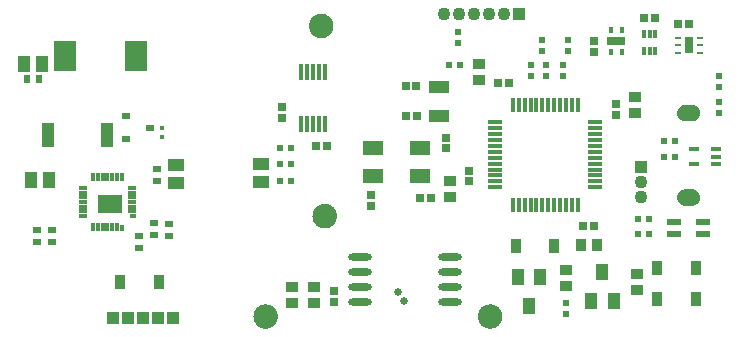
<source format=gbr>
%TF.GenerationSoftware,Altium Limited,Altium Designer,20.2.6 (244)*%
G04 Layer_Color=8388736*
%FSLAX45Y45*%
%MOMM*%
%TF.SameCoordinates,BE144905-350C-4E41-9AB6-63F68E724E9C*%
%TF.FilePolarity,Negative*%
%TF.FileFunction,Soldermask,Top*%
%TF.Part,Single*%
G01*
G75*
%TA.AperFunction,SMDPad,CuDef*%
%ADD10R,1.20000X0.30000*%
%ADD11R,0.30000X1.20000*%
%ADD12R,1.80000X1.00000*%
%ADD13R,0.91000X1.22000*%
%ADD14R,0.64000X0.64000*%
%ADD15R,1.00000X0.90000*%
%ADD16R,0.64000X0.64000*%
%ADD17R,0.55000X0.60000*%
%ADD18R,0.60000X0.55000*%
%ADD19R,0.35000X0.55000*%
%ADD20R,1.60000X0.70000*%
%ADD21R,0.35000X0.75000*%
%ADD22R,0.65000X1.35000*%
%ADD23R,0.50000X0.25000*%
%ADD24R,1.20000X0.60000*%
%ADD25R,0.90000X1.00000*%
%ADD26R,1.00000X1.40000*%
%ADD27R,1.40000X1.10000*%
%ADD30R,1.10000X1.40000*%
%ADD39R,1.80000X1.20000*%
%ADD40R,0.30000X1.45000*%
%ADD41R,0.85000X0.40000*%
%ADD42O,2.00000X0.60000*%
%TA.AperFunction,ComponentPad*%
%ADD50C,1.10000*%
%ADD51R,1.10000X1.10000*%
G04:AMPARAMS|DCode=52|XSize=1.1mm|YSize=1.1mm|CornerRadius=0.275mm|HoleSize=0mm|Usage=FLASHONLY|Rotation=270.000|XOffset=0mm|YOffset=0mm|HoleType=Round|Shape=RoundedRectangle|*
%AMROUNDEDRECTD52*
21,1,1.10000,0.55000,0,0,270.0*
21,1,0.55000,1.10000,0,0,270.0*
1,1,0.55000,-0.27500,-0.27500*
1,1,0.55000,-0.27500,0.27500*
1,1,0.55000,0.27500,0.27500*
1,1,0.55000,0.27500,-0.27500*
%
%ADD52ROUNDEDRECTD52*%
G04:AMPARAMS|DCode=53|XSize=1.1mm|YSize=1.1mm|CornerRadius=0.1375mm|HoleSize=0mm|Usage=FLASHONLY|Rotation=270.000|XOffset=0mm|YOffset=0mm|HoleType=Round|Shape=RoundedRectangle|*
%AMROUNDEDRECTD53*
21,1,1.10000,0.82500,0,0,270.0*
21,1,0.82500,1.10000,0,0,270.0*
1,1,0.27500,-0.41250,-0.41250*
1,1,0.27500,-0.41250,0.41250*
1,1,0.27500,0.41250,0.41250*
1,1,0.27500,0.41250,-0.41250*
%
%ADD53ROUNDEDRECTD53*%
%ADD55R,1.10000X1.10000*%
%TA.AperFunction,ViaPad*%
%ADD56C,0.65000*%
%TA.AperFunction,NonConductor*%
%ADD63C,0.10000*%
%TA.AperFunction,SMDPad,CuDef*%
%ADD64R,1.10000X2.10000*%
%ADD65R,0.60000X0.70000*%
%ADD66R,0.70000X0.60000*%
%ADD67R,2.10000X1.60000*%
%ADD68R,0.60000X0.30000*%
%ADD69R,0.75000X0.30000*%
%ADD70R,0.30000X0.60000*%
%ADD71R,0.30000X0.75000*%
%ADD72R,0.35000X0.46000*%
%ADD73R,1.90000X2.50000*%
G36*
X2450000Y200000D02*
Y190151D01*
X2446157Y170831D01*
X2438619Y152632D01*
X2427675Y136254D01*
X2413747Y122325D01*
X2397368Y111381D01*
X2379169Y103843D01*
X2359849Y100000D01*
X2350000D01*
X2340151D01*
X2320831Y103843D01*
X2302632Y111381D01*
X2286254Y122325D01*
X2272325Y136254D01*
X2261381Y152632D01*
X2253843Y170831D01*
X2250000Y190151D01*
Y200000D01*
Y209849D01*
X2253843Y229169D01*
X2261381Y247368D01*
X2272325Y263746D01*
X2286254Y277675D01*
X2302632Y288619D01*
X2320831Y296157D01*
X2340151Y300000D01*
X2350000D01*
X2359849D01*
X2379169Y296157D01*
X2397368Y288619D01*
X2413747Y277675D01*
X2427675Y263746D01*
X2438619Y247368D01*
X2446157Y229169D01*
X2450000Y209849D01*
Y200000D01*
D01*
D02*
G37*
G36*
X2950000Y1050000D02*
Y1040151D01*
X2946157Y1020831D01*
X2938619Y1002632D01*
X2927675Y986254D01*
X2913746Y972325D01*
X2897368Y961381D01*
X2879169Y953843D01*
X2859849Y950000D01*
X2850000D01*
X2840151D01*
X2820831Y953843D01*
X2802632Y961381D01*
X2786254Y972325D01*
X2772325Y986254D01*
X2761381Y1002632D01*
X2753843Y1020831D01*
X2750000Y1040151D01*
Y1050000D01*
Y1059849D01*
X2753843Y1079169D01*
X2761381Y1097368D01*
X2772325Y1113746D01*
X2786254Y1127675D01*
X2802632Y1138619D01*
X2820831Y1146157D01*
X2840151Y1150000D01*
X2850000D01*
X2859849D01*
X2879169Y1146157D01*
X2897368Y1138619D01*
X2913746Y1127675D01*
X2927675Y1113746D01*
X2938619Y1097368D01*
X2946157Y1079169D01*
X2950000Y1059849D01*
Y1050000D01*
D01*
D02*
G37*
G36*
X2920000Y2660000D02*
Y2650151D01*
X2916157Y2630831D01*
X2908619Y2612632D01*
X2897675Y2596254D01*
X2883746Y2582325D01*
X2867368Y2571381D01*
X2849169Y2563843D01*
X2829849Y2560000D01*
X2820000D01*
X2810151D01*
X2790831Y2563843D01*
X2772632Y2571381D01*
X2756254Y2582325D01*
X2742325Y2596254D01*
X2731381Y2612632D01*
X2723843Y2630831D01*
X2720000Y2650151D01*
Y2660000D01*
Y2669849D01*
X2723843Y2689169D01*
X2731381Y2707368D01*
X2742325Y2723746D01*
X2756254Y2737675D01*
X2772632Y2748619D01*
X2790831Y2756157D01*
X2810151Y2760000D01*
X2820000D01*
X2829849D01*
X2849169Y2756157D01*
X2867368Y2748619D01*
X2883746Y2737675D01*
X2897675Y2723746D01*
X2908619Y2707368D01*
X2916157Y2689169D01*
X2920000Y2669849D01*
Y2660000D01*
D01*
D02*
G37*
G36*
X4350000Y200000D02*
Y190151D01*
X4346157Y170831D01*
X4338619Y152632D01*
X4327675Y136254D01*
X4313746Y122325D01*
X4297368Y111381D01*
X4279169Y103843D01*
X4259849Y100000D01*
X4250000D01*
X4240151D01*
X4220831Y103843D01*
X4202632Y111381D01*
X4186254Y122325D01*
X4172325Y136254D01*
X4161381Y152632D01*
X4153843Y170831D01*
X4150000Y190151D01*
Y200000D01*
Y209849D01*
X4153843Y229169D01*
X4161381Y247368D01*
X4172325Y263746D01*
X4186254Y277675D01*
X4202632Y288619D01*
X4220831Y296157D01*
X4240151Y300000D01*
X4250000D01*
X4259849D01*
X4279169Y296157D01*
X4297368Y288619D01*
X4313746Y277675D01*
X4327675Y263746D01*
X4338619Y247368D01*
X4346157Y229169D01*
X4350000Y209849D01*
Y200000D01*
D01*
D02*
G37*
G36*
X6028404Y1211163D02*
X6028116Y1214817D01*
X6027638Y1218450D01*
X6026970Y1222054D01*
X6026115Y1225617D01*
X6025074Y1229131D01*
X6023851Y1232586D01*
X6022448Y1235971D01*
X6020870Y1239279D01*
X6019122Y1242500D01*
X6017207Y1245625D01*
X6015131Y1248645D01*
X6012900Y1251552D01*
X6010520Y1254339D01*
X6007997Y1256997D01*
X6005339Y1259520D01*
X6002552Y1261900D01*
X5999645Y1264131D01*
X5996625Y1266207D01*
X5993500Y1268122D01*
X5990279Y1269870D01*
X5986972Y1271448D01*
X5983586Y1272851D01*
X5980131Y1274074D01*
X5976617Y1275115D01*
X5973054Y1275970D01*
X5969450Y1276638D01*
X5965817Y1277117D01*
X5962163Y1277404D01*
X5958500Y1277500D01*
X5903500D01*
X5899836Y1277404D01*
X5896183Y1277117D01*
X5892550Y1276638D01*
X5888946Y1275970D01*
X5885382Y1275115D01*
X5881869Y1274074D01*
X5878414Y1272851D01*
X5875028Y1271448D01*
X5871721Y1269870D01*
X5868500Y1268122D01*
X5865375Y1266207D01*
X5862355Y1264131D01*
X5859448Y1261900D01*
X5856661Y1259520D01*
X5854003Y1256997D01*
X5851480Y1254339D01*
X5849100Y1251552D01*
X5846869Y1248645D01*
X5844793Y1245625D01*
X5842878Y1242500D01*
X5841130Y1239279D01*
X5839552Y1235971D01*
X5838149Y1232586D01*
X5836926Y1229131D01*
X5835885Y1225617D01*
X5835029Y1222054D01*
X5834362Y1218450D01*
X5833883Y1214817D01*
X5833596Y1211163D01*
X5833500Y1207500D01*
X5833596Y1203836D01*
X5833883Y1200183D01*
X5834362Y1196550D01*
X5835029Y1192946D01*
X5835885Y1189383D01*
X5836926Y1185869D01*
X5838149Y1182414D01*
X5839552Y1179028D01*
X5841130Y1175721D01*
X5842878Y1172500D01*
X5844793Y1169375D01*
X5846869Y1166355D01*
X5849100Y1163448D01*
X5851480Y1160661D01*
X5854003Y1158003D01*
X5856661Y1155480D01*
X5859448Y1153100D01*
X5862355Y1150869D01*
X5865375Y1148793D01*
X5868500Y1146878D01*
X5871721Y1145130D01*
X5875028Y1143552D01*
X5878414Y1142149D01*
X5881869Y1140926D01*
X5885382Y1139885D01*
X5888946Y1139029D01*
X5892550Y1138362D01*
X5896183Y1137883D01*
X5899836Y1137596D01*
X5903500Y1137500D01*
X5958500D01*
X5962163Y1137596D01*
X5965817Y1137883D01*
X5969450Y1138362D01*
X5973054Y1139029D01*
X5976617Y1139885D01*
X5980131Y1140926D01*
X5983586Y1142149D01*
X5986972Y1143552D01*
X5990279Y1145130D01*
X5993500Y1146878D01*
X5996625Y1148793D01*
X5999645Y1150869D01*
X6002552Y1153100D01*
X6005339Y1155480D01*
X6007997Y1158003D01*
X6010520Y1160661D01*
X6012900Y1163448D01*
X6015131Y1166355D01*
X6017207Y1169375D01*
X6019122Y1172500D01*
X6020870Y1175721D01*
X6022448Y1179028D01*
X6023851Y1182414D01*
X6025074Y1185869D01*
X6026115Y1189383D01*
X6026970Y1192946D01*
X6027638Y1196550D01*
X6028116Y1200183D01*
X6028404Y1203836D01*
X6028500Y1207500D01*
X6028404Y1211163D01*
D02*
G37*
G36*
Y1926164D02*
X6028116Y1929817D01*
X6027638Y1933450D01*
X6026970Y1937054D01*
X6026115Y1940617D01*
X6025074Y1944131D01*
X6023851Y1947586D01*
X6022448Y1950971D01*
X6020870Y1954279D01*
X6019122Y1957500D01*
X6017207Y1960625D01*
X6015131Y1963645D01*
X6012900Y1966552D01*
X6010520Y1969339D01*
X6007997Y1971997D01*
X6005339Y1974520D01*
X6002552Y1976900D01*
X5999645Y1979131D01*
X5996625Y1981207D01*
X5993500Y1983122D01*
X5990279Y1984870D01*
X5986972Y1986448D01*
X5983586Y1987850D01*
X5980131Y1989074D01*
X5976617Y1990115D01*
X5973054Y1990970D01*
X5969450Y1991638D01*
X5965817Y1992116D01*
X5962163Y1992404D01*
X5958500Y1992500D01*
X5903500D01*
X5899836Y1992404D01*
X5896183Y1992116D01*
X5892550Y1991638D01*
X5888946Y1990970D01*
X5885382Y1990115D01*
X5881869Y1989074D01*
X5878414Y1987850D01*
X5875028Y1986448D01*
X5871721Y1984870D01*
X5868500Y1983122D01*
X5865375Y1981207D01*
X5862355Y1979131D01*
X5859448Y1976900D01*
X5856661Y1974520D01*
X5854003Y1971997D01*
X5851480Y1969339D01*
X5849100Y1966552D01*
X5846869Y1963645D01*
X5844793Y1960625D01*
X5842878Y1957500D01*
X5841130Y1954279D01*
X5839552Y1950971D01*
X5838149Y1947586D01*
X5836926Y1944131D01*
X5835885Y1940617D01*
X5835029Y1937054D01*
X5834362Y1933450D01*
X5833883Y1929817D01*
X5833596Y1926164D01*
X5833500Y1922500D01*
X5833596Y1918836D01*
X5833883Y1915183D01*
X5834362Y1911549D01*
X5835029Y1907946D01*
X5835885Y1904383D01*
X5836926Y1900869D01*
X5838149Y1897414D01*
X5839552Y1894028D01*
X5841130Y1890721D01*
X5842878Y1887500D01*
X5844793Y1884375D01*
X5846869Y1881355D01*
X5849100Y1878448D01*
X5851480Y1875661D01*
X5854003Y1873002D01*
X5856661Y1870480D01*
X5859448Y1868100D01*
X5862355Y1865869D01*
X5865375Y1863793D01*
X5868500Y1861878D01*
X5871721Y1860129D01*
X5875028Y1858552D01*
X5878414Y1857149D01*
X5881869Y1855926D01*
X5885382Y1854885D01*
X5888946Y1854030D01*
X5892550Y1853362D01*
X5896183Y1852883D01*
X5899836Y1852596D01*
X5903500Y1852500D01*
X5958500D01*
X5962163Y1852596D01*
X5965817Y1852883D01*
X5969450Y1853362D01*
X5973054Y1854030D01*
X5976617Y1854885D01*
X5980131Y1855926D01*
X5983586Y1857149D01*
X5986972Y1858552D01*
X5990279Y1860129D01*
X5993500Y1861878D01*
X5996625Y1863793D01*
X5999645Y1865869D01*
X6002552Y1868100D01*
X6005339Y1870480D01*
X6007997Y1873002D01*
X6010520Y1875661D01*
X6012900Y1878448D01*
X6015131Y1881355D01*
X6017207Y1884375D01*
X6019122Y1887500D01*
X6020870Y1890721D01*
X6022448Y1894028D01*
X6023851Y1897414D01*
X6025074Y1900869D01*
X6026115Y1904383D01*
X6026970Y1907946D01*
X6027638Y1911549D01*
X6028116Y1915183D01*
X6028404Y1918836D01*
X6028500Y1922500D01*
X6028404Y1926164D01*
D02*
G37*
D10*
X4292475Y1845050D02*
D03*
Y1795050D02*
D03*
Y1745050D02*
D03*
Y1695050D02*
D03*
Y1645050D02*
D03*
Y1595050D02*
D03*
Y1545050D02*
D03*
Y1495050D02*
D03*
Y1445050D02*
D03*
Y1395050D02*
D03*
Y1345050D02*
D03*
Y1295050D02*
D03*
X5142475D02*
D03*
Y1345050D02*
D03*
Y1395050D02*
D03*
Y1445050D02*
D03*
Y1495050D02*
D03*
Y1545050D02*
D03*
Y1595050D02*
D03*
Y1645050D02*
D03*
Y1695050D02*
D03*
Y1745050D02*
D03*
Y1795050D02*
D03*
Y1845050D02*
D03*
D11*
X4442475Y1145050D02*
D03*
X4492475D02*
D03*
X4542475D02*
D03*
X4592475D02*
D03*
X4642475D02*
D03*
X4692475D02*
D03*
X4742475D02*
D03*
X4792475D02*
D03*
X4842475D02*
D03*
X4892475D02*
D03*
X4942475D02*
D03*
X4992475D02*
D03*
Y1995050D02*
D03*
X4942475D02*
D03*
X4892475D02*
D03*
X4842475D02*
D03*
X4792475D02*
D03*
X4742475D02*
D03*
X4692475D02*
D03*
X4642475D02*
D03*
X4592475D02*
D03*
X4542475D02*
D03*
X4492475D02*
D03*
X4442475D02*
D03*
D12*
X3820000Y1895725D02*
D03*
Y2145725D02*
D03*
D13*
X5666500Y350000D02*
D03*
X5993500D02*
D03*
X5666500Y610000D02*
D03*
X5993500D02*
D03*
X1116500Y490000D02*
D03*
X1443500D02*
D03*
X4793500Y800000D02*
D03*
X4466500D02*
D03*
D14*
X4070000Y1344000D02*
D03*
Y1436000D02*
D03*
X3240000Y1134000D02*
D03*
Y1226000D02*
D03*
X3880000Y1716000D02*
D03*
Y1624000D02*
D03*
X5128794Y2444000D02*
D03*
Y2536000D02*
D03*
X2930000Y324000D02*
D03*
Y416000D02*
D03*
X2487475Y1880000D02*
D03*
Y1972000D02*
D03*
X5320000Y1904000D02*
D03*
Y1996000D02*
D03*
D15*
X3910000Y1212500D02*
D03*
Y1347500D02*
D03*
X4157475Y2200076D02*
D03*
Y2335076D02*
D03*
X5477525Y2060000D02*
D03*
Y1925000D02*
D03*
X5489975Y422500D02*
D03*
Y557500D02*
D03*
X4890000Y462500D02*
D03*
Y597500D02*
D03*
X2760000Y312500D02*
D03*
Y447500D02*
D03*
X2574974Y312500D02*
D03*
Y447500D02*
D03*
D16*
X3660000Y1200000D02*
D03*
X3752000D02*
D03*
X3534000Y2150000D02*
D03*
X3626000D02*
D03*
X3536475Y1900000D02*
D03*
X3628475D02*
D03*
X5844000Y2675041D02*
D03*
X5936000D02*
D03*
X5130000Y967525D02*
D03*
X5038000D02*
D03*
X2866000Y1640000D02*
D03*
X2774000D02*
D03*
X5554000Y2730000D02*
D03*
X5646000D02*
D03*
X4407475Y2180051D02*
D03*
X4315475D02*
D03*
D17*
X3900000Y2330000D02*
D03*
X3995000D02*
D03*
X5815000Y1685025D02*
D03*
X5720000D02*
D03*
X5817500Y1550000D02*
D03*
X5722500D02*
D03*
X5500000Y1030000D02*
D03*
X5595000D02*
D03*
X5502500Y894975D02*
D03*
X5597500D02*
D03*
X2562525Y1625025D02*
D03*
X2467525D02*
D03*
X2562525Y1490000D02*
D03*
X2467525D02*
D03*
X2562525Y1350000D02*
D03*
X2467525D02*
D03*
D18*
X3980000Y2512500D02*
D03*
Y2607500D02*
D03*
X4687475Y2542576D02*
D03*
Y2447576D02*
D03*
X4592450Y2232551D02*
D03*
Y2327551D02*
D03*
X4727475Y2232551D02*
D03*
Y2327551D02*
D03*
X4867384Y2232551D02*
D03*
Y2327551D02*
D03*
X4907475Y2542577D02*
D03*
Y2447577D02*
D03*
X6190000Y2140000D02*
D03*
Y2235000D02*
D03*
X4890000Y315000D02*
D03*
Y220000D02*
D03*
X6190000Y2015000D02*
D03*
Y1920000D02*
D03*
D19*
X5270000Y2437500D02*
D03*
X5370000D02*
D03*
Y2622500D02*
D03*
X5270000D02*
D03*
D20*
X5320000Y2530000D02*
D03*
D21*
X5550000Y2450000D02*
D03*
X5600000D02*
D03*
X5650000D02*
D03*
Y2590000D02*
D03*
X5600000D02*
D03*
X5550000D02*
D03*
D22*
X5935001Y2495001D02*
D03*
D23*
X6030001Y2560001D02*
D03*
Y2495001D02*
D03*
Y2430001D02*
D03*
X5840001D02*
D03*
Y2495001D02*
D03*
Y2560001D02*
D03*
D24*
X5810000Y1000000D02*
D03*
Y900000D02*
D03*
X6050000D02*
D03*
Y1000000D02*
D03*
D25*
X5157500Y810000D02*
D03*
X5022500D02*
D03*
D26*
X5105000Y332500D02*
D03*
X5295000D02*
D03*
X5200000Y577500D02*
D03*
X4674974Y537500D02*
D03*
X4484975D02*
D03*
X4579974Y292500D02*
D03*
D27*
X2310000Y1340000D02*
D03*
Y1490000D02*
D03*
X1590025Y1335000D02*
D03*
Y1485000D02*
D03*
D30*
X455000Y2340000D02*
D03*
X305000D02*
D03*
X515000Y1359975D02*
D03*
X365000D02*
D03*
D39*
X3660000Y1630725D02*
D03*
X3260000Y1390725D02*
D03*
X3660000D02*
D03*
X3260000Y1630725D02*
D03*
D40*
X2650000Y2270001D02*
D03*
X2850000D02*
D03*
X2800000D02*
D03*
X2750000D02*
D03*
X2700000D02*
D03*
X2650000Y1830000D02*
D03*
X2700000D02*
D03*
X2750000D02*
D03*
X2800000D02*
D03*
X2850000D02*
D03*
D41*
X6165000Y1490000D02*
D03*
Y1555000D02*
D03*
Y1620000D02*
D03*
X5980000D02*
D03*
Y1490000D02*
D03*
D42*
X3910000Y319500D02*
D03*
X3150000Y700500D02*
D03*
Y319500D02*
D03*
Y573500D02*
D03*
Y446499D02*
D03*
X3910000Y573500D02*
D03*
Y700500D02*
D03*
Y446500D02*
D03*
D50*
X3856000Y2760000D02*
D03*
X3983000D02*
D03*
X4110000D02*
D03*
X4237000D02*
D03*
X4364000D02*
D03*
X5530000Y1213000D02*
D03*
Y1340000D02*
D03*
D51*
X4491000Y2760000D02*
D03*
D52*
X1056000Y190000D02*
D03*
X1183000D02*
D03*
X1310000D02*
D03*
X1437000D02*
D03*
D53*
X1564000D02*
D03*
D55*
X5530000Y1467000D02*
D03*
D56*
X3470000Y410000D02*
D03*
X3520000Y330000D02*
D03*
D63*
X2920000Y2660000D02*
G03*
X2920000Y2660000I-100000J0D01*
G01*
X2450000Y200000D02*
G03*
X2450000Y200000I-100000J0D01*
G01*
X4350000D02*
G03*
X4350000Y200000I-100000J0D01*
G01*
X2950000Y1050000D02*
G03*
X2950000Y1050000I-100000J0D01*
G01*
D64*
X1010000Y1740000D02*
D03*
X510000D02*
D03*
D65*
X430000Y2210000D02*
D03*
X330000D02*
D03*
D66*
X1280000Y780000D02*
D03*
Y880000D02*
D03*
X1405025Y990000D02*
D03*
Y890000D02*
D03*
X1530050Y980000D02*
D03*
Y880000D02*
D03*
X540000Y830000D02*
D03*
Y930000D02*
D03*
X410000Y830000D02*
D03*
Y930000D02*
D03*
X1430000Y1350000D02*
D03*
Y1450000D02*
D03*
X1370000Y1800000D02*
D03*
X1170000Y1705000D02*
D03*
Y1895000D02*
D03*
D67*
X1030000Y1150000D02*
D03*
D68*
X1227500Y1050000D02*
D03*
D69*
X1220000Y1290000D02*
D03*
Y1250000D02*
D03*
Y1210000D02*
D03*
Y1170000D02*
D03*
Y1130000D02*
D03*
Y1090000D02*
D03*
X800000Y1050000D02*
D03*
Y1090000D02*
D03*
Y1130000D02*
D03*
Y1170000D02*
D03*
Y1210000D02*
D03*
Y1250000D02*
D03*
Y1290000D02*
D03*
D70*
X1130000Y952500D02*
D03*
D71*
X1090000Y960000D02*
D03*
X1050000D02*
D03*
X1010000D02*
D03*
X970000D02*
D03*
X930000D02*
D03*
X890000D02*
D03*
Y1380000D02*
D03*
X930000D02*
D03*
X970000D02*
D03*
X1130000D02*
D03*
X1090000D02*
D03*
X1050000D02*
D03*
X1010000D02*
D03*
D72*
X1470000Y1800000D02*
D03*
Y1720000D02*
D03*
D73*
X1250000Y2410000D02*
D03*
X650000D02*
D03*
%TF.MD5,1f93edae9683ee12777668447b440b18*%
M02*

</source>
